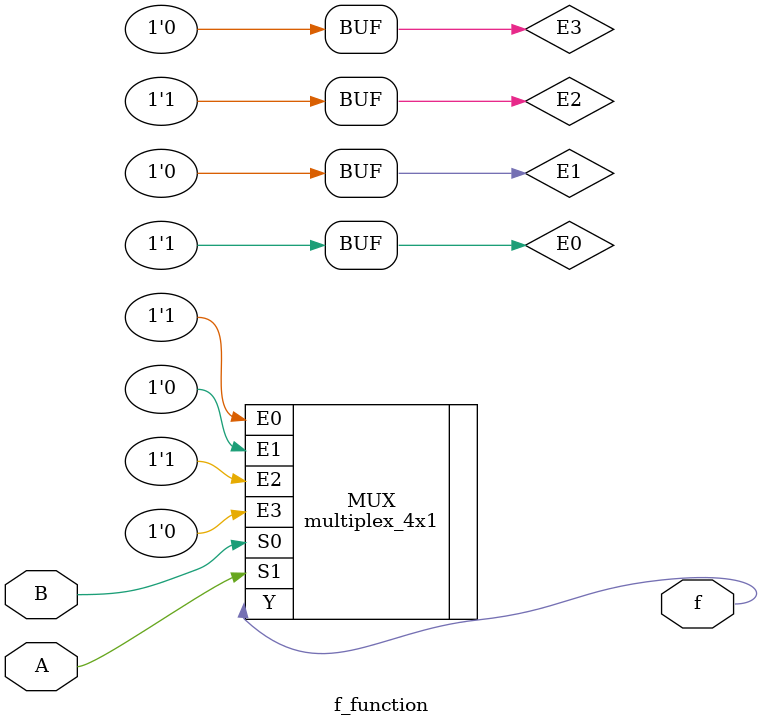
<source format=v>
/*
Program: CI Digital T2/2025
Class: Introdução à Verilog  
Class-ID: SD122
Advisor: Felipe Rocha 
Advisor-Contact: felipef.rocha@inatel.br
Institute: INATEL - Santa Rita do Sapucaí / MG  
Development: André Bezerra 
Student-Contact: andrefrbezerra@gmail.com
Task-ID: A-107-2
Type: Laboratory
Data: octuber, 17 2025
*/

`timescale 1 ns / 1 ps;

module f_function (
    input A, B,
    output f // Y
);
	wire E0 = 1'b1;
	wire E1 = 1'b0;
	wire E2 = 1'b1;
	wire E3 = 1'b0;
    
    multiplex_4x1 MUX (
        .S1(A), .S0(B),
        .E0(E0), .E1(E1), .E2(E2), .E3(E3),
        .Y(f)
    );
    
    // assign f = Y & ~B // Alternative  

endmodule

</source>
